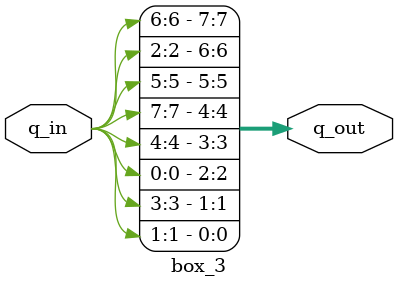
<source format=v>

module box_3(
	input			[7:0]q_in, 
	output wire	[7:0]q_out); 
	
	assign q_out = {q_in[6], q_in[2], q_in[5], q_in[7], q_in[4], q_in[0], q_in[3], q_in[1]};
	//assign q_out = {q_in[1], q_in[5], q_in[2], q_in[0], q_in[3], q_in[0], q_in[3], q_in[1]};
	
endmodule 
</source>
